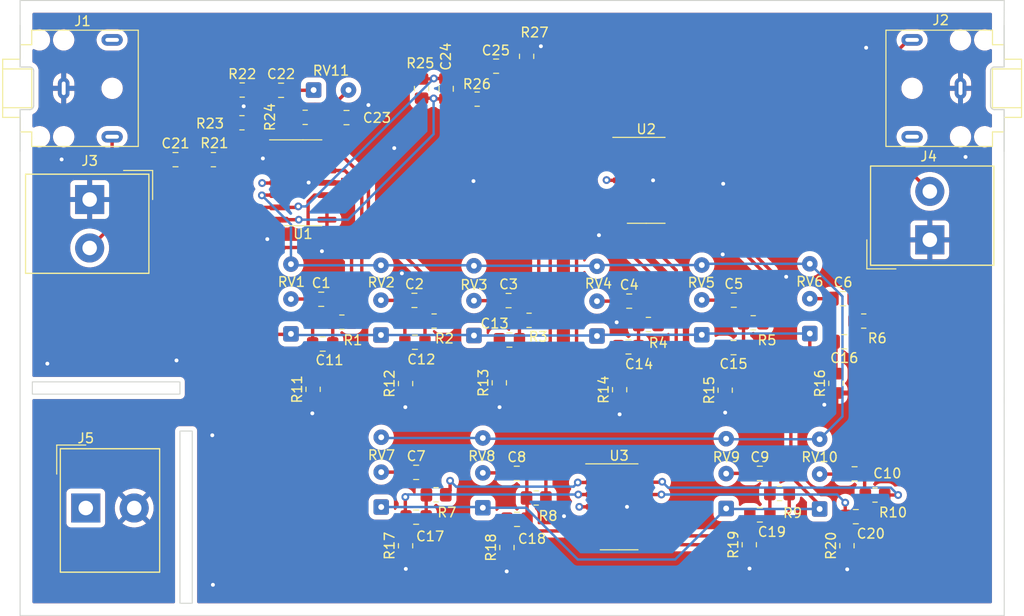
<source format=kicad_pcb>
(kicad_pcb (version 20211014) (generator pcbnew)
  (layers (0 "F.Cu" signal) (1 "In1.Cu" power) (2 "In2.Cu" power) (31 "B.Cu" signal) (34 "B.Paste" user) (35 "F.Paste" user) (36 "B.SilkS" user "B.Silkscreen") (37 "F.SilkS" user "F.Silkscreen") (38 "B.Mask" user) (39 "F.Mask" user) (44 "Edge.Cuts" user))
  (net 0 "")
  (net 1 "Net-(C1-Pad1)")
  (net 2 "Net-(C1-Pad2)")
  (net 3 "Net-(RV2-Pad2)")
  (net 4 "Net-(C12-Pad1)")
  (net 5 "Net-(C3-Pad1)")
  (net 6 "Net-(C13-Pad1)")
  (net 7 "Net-(RV4-Pad2)")
  (net 8 "Net-(C4-Pad2)")
  (net 9 "Net-(RV5-Pad2)")
  (net 10 "Net-(C5-Pad2)")
  (net 11 "Net-(C6-Pad1)")
  (net 12 "Net-(C6-Pad2)")
  (net 13 "Net-(C7-Pad1)")
  (net 14 "Net-(C7-Pad2)")
  (net 15 "Net-(C8-Pad1)")
  (net 16 "Net-(C18-Pad1)")
  (net 17 "Net-(C9-Pad1)")
  (net 18 "Net-(C19-Pad1)")
  (net 19 "Net-(RV10-Pad2)")
  (net 20 "Net-(R10-Pad1)")
  (net 21 "Net-(C12-Pad2)")
  (net 22 "Net-(C13-Pad2)")
  (net 23 "Net-(R14-Pad2)")
  (net 24 "Net-(U2-Pad10)")
  (net 25 "Net-(U2-Pad12)")
  (net 26 "Net-(R17-Pad2)")
  (net 27 "Net-(R18-Pad2)")
  (net 28 "Net-(C19-Pad2)")
  (net 29 "Net-(U3-Pad12)")
  (net 30 "Net-(R21-Pad1)")
  (net 31 "Net-(R22-Pad2)")
  (net 32 "Net-(RV11-Pad1)")
  (net 33 "GND")
  (net 34 "Net-(R26-Pad2)")
  (net 35 "Net-(U1-Pad13)")
  (net 36 "Net-(U2-Pad2)")
  (net 37 "Net-(U2-Pad6)")
  (net 38 "Net-(U2-Pad9)")
  (net 39 "Net-(R6-Pad2)")
  (net 40 "Net-(R7-Pad2)")
  (net 41 "Net-(U3-Pad6)")
  (net 42 "Net-(R9-Pad2)")
  (net 43 "Net-(U3-Pad13)")
  (net 44 "+15V")
  (net 45 "/pre-out")
  (net 46 "/audio-in-p")
  (net 47 "/amp-in-p")
  (net 48 "/amp-in-n")
  (net 49 "/amp-out")
  (net 50 "/oudio-out")
  (net 51 "/audio-in-p-fb")
  (net 52 "/ch01-in")
  (net 53 "/ch01-out")
  (footprint "Capacitor_SMD:C_0805_2012Metric_Pad1.18x1.45mm_HandSolder" (layer "F.Cu") (at 91.567 86.0806 180)
    (fp_text reference "C12")
    (fp_text value "33n")
  )
  (footprint "Resistor_SMD:R_0805_2012Metric_Pad1.20x1.40mm_HandSolder" (layer "F.Cu") (at 135.0303 90.3224 90)
    (fp_text reference "R16")
    (fp_text value "220k")
  )
  (footprint "Resistor_SMD:R_0805_2012Metric_Pad1.20x1.40mm_HandSolder" (layer "F.Cu") (at 73.7108 63.4238)
    (fp_text reference "R23")
    (fp_text value "1M")
  )
  (footprint "Resistor_SMD:R_0805_2012Metric_Pad1.20x1.40mm_HandSolder" (layer "F.Cu") (at 123.5964 91.0336 90)
    (fp_text reference "R15")
    (fp_text value "220k")
  )
  (footprint "Capacitor_SMD:C_0805_2012Metric_Pad1.18x1.45mm_HandSolder" (layer "F.Cu") (at 91.694 99.5172)
    (fp_text reference "C7")
    (fp_text value "27n")
  )
  (footprint "Package_SO:SO-14_3.9x8.65mm_P1.27mm" (layer "F.Cu") (at 112.649 103.0732)
    (fp_text reference "U3")
    (fp_text value "LM324")
  )
  (footprint "Capacitor_SMD:C_0805_2012Metric_Pad1.18x1.45mm_HandSolder" (layer "F.Cu") (at 99.949 57.5818)
    (fp_text reference "C25")
    (fp_text value "10u")
  )
  (footprint "Capacitor_SMD:C_0805_2012Metric_Pad1.18x1.45mm_HandSolder" (layer "F.Cu") (at 137.0838 104.0892 180)
    (fp_text reference "C20")
    (fp_text value "150p")
  )
  (footprint "Connector_Wire:SolderWire-0.1sqmm_1x03_P3.6mm_D0.4mm_OD1mm" (layer "F.Cu") (at 88.0872 103.0918 90)
    (fp_text reference "RV7")
    (fp_text value "5k")
  )
  (footprint "Capacitor_SMD:C_0805_2012Metric_Pad1.18x1.45mm_HandSolder" (layer "F.Cu") (at 127.1778 99.6188)
    (fp_text reference "C9")
    (fp_text value "6n8")
  )
  (footprint "Package_SO:SO-14_3.9x8.65mm_P1.27mm" (layer "F.Cu") (at 80.01 69.6214)
    (fp_text reference "U1")
    (fp_text value "LM324")
  )
  (footprint "Resistor_SMD:R_0805_2012Metric_Pad1.20x1.40mm_HandSolder" (layer "F.Cu") (at 126.492 84.074)
    (fp_text reference "R5")
    (fp_text value "1k")
  )
  (footprint "Package_SO:SO-14_3.9x8.65mm_P1.27mm" (layer "F.Cu") (at 115.443 69.3674)
    (fp_text reference "U2")
    (fp_text value "LM324")
  )
  (footprint "TerminalBlock_Altech:Altech_AK300_1x02_P5.00mm_45-Degree" (layer "F.Cu") (at 144.7233 75.5095 90)
    (fp_text reference "J4")
    (fp_text value "Output")
  )
  (footprint "Resistor_SMD:R_0805_2012Metric_Pad1.20x1.40mm_HandSolder" (layer "F.Cu") (at 73.7362 60.0456)
    (fp_text reference "R22")
    (fp_text value "15k")
  )
  (footprint "Capacitor_SMD:C_0805_2012Metric_Pad1.18x1.45mm_HandSolder" (layer "F.Cu") (at 135.7669 81.5848)
    (fp_text reference "C6")
    (fp_text value "47n")
  )
  (footprint "Resistor_SMD:R_0805_2012Metric_Pad1.20x1.40mm_HandSolder" (layer "F.Cu") (at 80.2386 62.865 180)
    (fp_text reference "R24")
    (fp_text value "10k")
  )
  (footprint "Capacitor_SMD:C_0805_2012Metric_Pad1.18x1.45mm_HandSolder" (layer "F.Cu") (at 84.5058 62.8904)
    (fp_text reference "C23")
    (fp_text value "150p")
  )
  (footprint "Connector_Audio:Jack_3.5mm_CUI_SJ1-3523N_Horizontal" (layer "F.Cu") (at 55.307 59.8678 -90)
    (fp_text reference "J1")
    (fp_text value "Input" hide)
    (fp_line (start 2.2 3.5) (end 2.2 4.5) (layer "Edge.Cuts") (width 0.12))
    (fp_line (start 1.8 3.1) (end -1.8 3.1) (layer "Edge.Cuts") (width 0.12))
    (fp_line (start -2.2 4.5) (end -6.5 4.5) (layer "Edge.Cuts") (width 0.12))
    (fp_line (start 2.2 4.5) (end 6.5 4.5) (layer "Edge.Cuts") (width 0.12))
    (fp_line (start -2.2 3.5) (end -2.2 4.5) (layer "Edge.Cuts") (width 0.12))
    (fp_arc (start 1.8 3.1) (mid 2.082843 3.217157) (end 2.2 3.5) (layer "Edge.Cuts") (width 0.12))
    (fp_arc (start -2.2 3.5) (mid -2.082842 3.217158) (end -1.8 3.1) (layer "Edge.Cuts") (width 0.12))
  )
  (footprint "Connector_Wire:SolderWire-0.1sqmm_1x02_P3.6mm_D0.4mm_OD1mm" (layer "F.Cu") (at 81.109 60.0456)
    (fp_text reference "RV11")
    (fp_text value "250k")
  )
  (footprint "Resistor_SMD:R_0805_2012Metric_Pad1.20x1.40mm_HandSolder" (layer "F.Cu") (at 112.6998 90.9828 90)
    (fp_text reference "R14")
    (fp_text value "220k")
  )
  (footprint "Connector_Audio:Jack_3.5mm_CUI_SJ1-3523N_Horizontal" (layer "F.Cu") (at 147.893 59.8678 90)
    (fp_text reference "J2")
    (fp_text value "Output" hide)
    (fp_line (start 2.2 4.5) (end 6.5 4.5) (layer "Edge.Cuts") (width 0.12))
    (fp_line (start -2.2 4.5) (end -6.5 4.5) (layer "Edge.Cuts") (width 0.12))
    (fp_line (start -2.2 3.5) (end -2.2 4.5) (layer "Edge.Cuts") (width 0.12))
    (fp_line (start 2.2 3.5) (end 2.2 4.5) (layer "Edge.Cuts") (width 0.12))
    (fp_line (start 1.8 3.1) (end -1.8 3.1) (layer "Edge.Cuts") (width 0.12))
    (fp_arc (start 1.8 3.1) (mid 2.082843 3.217157) (end 2.2 3.5) (layer "Edge.Cuts") (width 0.12))
    (fp_arc (start -2.2 3.5) (mid -2.082842 3.217158) (end -1.8 3.1) (layer "Edge.Cuts") (width 0.12))
  )
  (footprint "Resistor_SMD:R_0805_2012Metric_Pad1.20x1.40mm_HandSolder" (layer "F.Cu") (at 84.0271 84.00775)
    (fp_text reference "R1")
    (fp_text value "1k")
  )
  (footprint "Connector_Wire:SolderWire-0.1sqmm_1x03_P3.6mm_D0.4mm_OD1mm" (layer "F.Cu") (at 133.35 103.295 90)
    (fp_text reference "RV10")
    (fp_text value "5k")
  )
  (footprint "Resistor_SMD:R_0805_2012Metric_Pad1.20x1.40mm_HandSolder" (layer "F.Cu") (at 104.0892 102.1588)
    (fp_text reference "R8")
    (fp_text value "1k")
  )
  (footprint "Resistor_SMD:R_0805_2012Metric_Pad1.20x1.40mm_HandSolder" (layer "F.Cu") (at 101.0666 107.2736 90)
    (fp_text reference "R18")
    (fp_text value "220k")
  )
  (footprint "Resistor_SMD:R_0805_2012Metric_Pad1.20x1.40mm_HandSolder" (layer "F.Cu") (at 126.0856 106.9848 90)
    (fp_text reference "R19")
    (fp_text value "220k")
  )
  (footprint "Resistor_SMD:R_0805_2012Metric_Pad1.20x1.40mm_HandSolder" (layer "F.Cu") (at 93.7514 101.8286)
    (fp_text reference "R7")
    (fp_text value "1k")
  )
  (footprint "Capacitor_SMD:C_0805_2012Metric_Pad1.18x1.45mm_HandSolder" (layer "F.Cu") (at 135.8939 86.0298 180)
    (fp_text reference "C16")
    (fp_text value "2n2")
  )
  (footprint "Connector_Wire:SolderWire-0.1sqmm_1x03_P3.6mm_D0.4mm_OD1mm" (layer "F.Cu") (at 123.698 103.2442 90)
    (fp_text reference "RV9")
    (fp_text value "5k")
  )
  (footprint "Resistor_SMD:R_0805_2012Metric_Pad1.20x1.40mm_HandSolder" (layer "F.Cu") (at 139.065 101.854)
    (fp_text reference "R10")
    (fp_text value "1k")
  )
  (footprint "Capacitor_SMD:C_0805_2012Metric_Pad1.18x1.45mm_HandSolder" (layer "F.Cu") (at 102.0826 99.6188)
    (fp_text reference "C8")
    (fp_text value "12n")
  )
  (footprint "TerminalBlock_Altech:Altech_AK300_1x02_P5.00mm_45-Degree" (layer "F.Cu") (at 57.5865 103.1943)
    (fp_text reference "J5")
    (fp_text value "Power")
  )
  (footprint "Resistor_SMD:R_0805_2012Metric_Pad1.20x1.40mm_HandSolder" (layer "F.Cu") (at 103.3526 83.82)
    (fp_text reference "R3")
    (fp_text value "1k")
  )
  (footprint "Capacitor_SMD:C_0805_2012Metric_Pad1.18x1.45mm_HandSolder" (layer "F.Cu") (at 101.2376 81.7812)
    (fp_text reference "C3")
    (fp_text value "390n")
  )
  (footprint "Resistor_SMD:R_0805_2012Metric_Pad1.20x1.40mm_HandSolder" (layer "F.Cu") (at 90.6018 90.3478 90)
    (fp_text reference "R12")
    (fp_text value "220k")
  )
  (footprint "Capacitor_SMD:C_0805_2012Metric_Pad1.18x1.45mm_HandSolder" (layer "F.Cu") (at 124.4854 81.7372)
    (fp_text reference "C5")
    (fp_text value "100n")
  )
  (footprint "Resistor_SMD:R_0805_2012Metric_Pad1.20x1.40mm_HandSolder" (layer "F.Cu") (at 129.2098 101.7016)
    (fp_text reference "R9")
    (fp_text value "1k")
  )
  (footprint "Resistor_SMD:R_0805_2012Metric_Pad1.20x1.40mm_HandSolder" (layer "F.Cu") (at 70.7644 67.2338)
    (fp_text reference "R21")
    (fp_text value "47k")
  )
  (footprint "Capacitor_SMD:C_0805_2012Metric_Pad1.18x1.45mm_HandSolder" (layer "F.Cu") (at 94.7928 59.9186 90)
    (fp_text reference "C24")
    (fp_text value "150p")
  )
  (footprint "Resistor_SMD:R_0805_2012Metric_Pad1.20x1.40mm_HandSolder" (layer "F.Cu") (at 97.9932 60.9854)
    (fp_text reference "R26")
    (fp_text value "100")
  )
  (footprint "TerminalBlock_Altech:Altech_AK300_1x02_P5.00mm_45-Degree" (layer "F.Cu") (at 57.9882 71.3486 -90)
    (fp_text reference "J3")
    (fp_text value "Input")
  )
  (footprint "Capacitor_SMD:C_0805_2012Metric_Pad1.18x1.45mm_HandSolder" (layer "F.Cu") (at 102.108 104.3686 180)
    (fp_text reference "C18")
    (fp_text value "560p")
  )
  (footprint "Connector_Wire:SolderWire-0.1sqmm_1x03_P3.6mm_D0.4mm_OD1mm" (layer "F.Cu") (at 132.334 85.1848 90)
    (fp_text reference "RV6")
    (fp_text value "5k")
  )
  (footprint "Connector_Wire:SolderWire-0.1sqmm_1x03_P3.6mm_D0.4mm_OD1mm" (layer "F.Cu") (at 97.663 85.388 90)
    (fp_text reference "RV3")
    (fp_text value "5k")
  )
  (footprint "Resistor_SMD:R_0805_2012Metric_Pad1.20x1.40mm_HandSolder" (layer "F.Cu") (at 137.9005 83.8962)
    (fp_text reference "R6")
    (fp_text value "1k")
  )
  (footprint "Resistor_SMD:R_0805_2012Metric_Pad1.20x1.40mm_HandSolder" (layer "F.Cu") (at 93.5482 83.8962)
    (fp_text reference "R2")
    (fp_text value "1k")
  )
  (footprint "Resistor_SMD:R_0805_2012Metric_Pad1.20x1.40mm_HandSolder" (layer "F.Cu") (at 92.2528 59.8932 -90)
    (fp_text reference "R25")
    (fp_text value "10k")
  )
  (footprint "Connector_Wire:SolderWire-0.1sqmm_1x03_P3.6mm_D0.4mm_OD1mm" (layer "F.Cu") (at 110.363 85.4388 90)
    (fp_text reference "RV4")
    (fp_text value "5k")
  )
  (footprint "Connector_Wire:SolderWire-0.1sqmm_1x03_P3.6mm_D0.4mm_OD1mm" (layer "F.Cu") (at 121.1834 85.3118 90)
    (fp_text reference "RV5")
    (fp_text value "5k")
  )
  (footprint "Resistor_SMD:R_0805_2012Metric_Pad1.20x1.40mm_HandSolder" (layer "F.Cu") (at 115.6716 84.2518)
    (fp_text reference "R4")
    (fp_text value "1k")
  )
  (footprint "Capacitor_SMD:C_0805_2012Metric_Pad1.18x1.45mm_HandSolder" (layer "F.Cu") (at 91.5162 81.7626)
    (fp_text reference "C2")
    (fp_text value "820n")
  )
  (footprint "Connector_Wire:SolderWire-0.1sqmm_1x03_P3.6mm_D0.4mm_OD1mm" (layer "F.Cu") (at 88.0618 85.3372 90)
    (fp_text reference "RV2")
    (fp_text value "5k")
  )
  (footprint "Capacitor_SMD:C_0805_2012Metric_Pad1.18x1.45mm_HandSolder" (layer "F.Cu") (at 127.1778 103.9114 180)
    (fp_text reference "C19")
    (fp_text value "270p")
  )
  (footprint "Capacitor_SMD:C_0805_2012Metric_Pad1.18x1.45mm_HandSolder" (layer "F.Cu") (at 101.3206 85.852 180)
    (fp_text reference "C13")
    (fp_text value "18n")
  )
  (footprint "Capacitor_SMD:C_0805_2012Metric_Pad1.18x1.45mm_HandSolder" (layer "F.Cu") (at 136.9568 99.6696)
    (fp_text reference "C10")
    (fp_text value "3n3")
  )
  (footprint "Capacitor_SMD:C_0805_2012Metric_Pad1.18x1.45mm_HandSolder" (layer "F.Cu") (at 113.6142 86.5632 180)
    (fp_text reference "C14")
    (fp_text value "8n2")
  )
  (footprint "Resistor_SMD:R_0805_2012Metric_Pad1.20x1.40mm_HandSolder" (layer "F.Cu") (at 136.1694 107.0864 90)
    (fp_text reference "R20")
    (fp_text value "220k")
  )
  (footprint "Resistor_SMD:R_0805_2012Metric_Pad1.20x1.40mm_HandSolder" (layer "F.Cu") (at 90.6018 107.0958 90)
    (fp_text reference "R17")
    (fp_text value "220k")
  )
  (footprint "Capacitor_SMD:C_0805_2012Metric_Pad1.18x1.45mm_HandSolder" (layer "F.Cu") (at 81.8935 81.64555)
    (fp_text reference "C1")
    (fp_text value "1u5")
  )
  (footprint "Capacitor_SMD:C_0805_2012Metric_Pad1.18x1.45mm_HandSolder" (layer "F.Cu") (at 124.46 86.6394 180)
    (fp_text reference "C15")
    (fp_text value "3n9")
  )
  (footprint "Resistor_SMD:R_0805_2012Metric_Pad1.20x1.40mm_HandSolder" (layer "F.Cu") (at 100.2792 90.2716 90)
    (fp_text reference "R13")
    (fp_text value "220k")
  )
  (footprint "Resistor_SMD:R_0805_2012Metric_Pad1.20x1.40mm_HandSolder" (layer "F.Cu") (at 103.0986 56.5658 90)
    (fp_text reference "R27")
    (fp_text value "1M")
  )
  (footprint "Capacitor_SMD:C_0805_2012Metric_Pad1.18x1.45mm_HandSolder" (layer "F.Cu") (at 66.8528 67.2338)
    (fp_text reference "C21")
    (fp_text value "10u")
  )
  (footprint "Resistor_SMD:R_0805_2012Metric_Pad1.20x1.40mm_HandSolder" (layer "F.Cu") (at 81.0553 90.94195 90)
    (fp_text reference "R11")
    (fp_text value "220k")
  )
  (footprint "Capacitor_SMD:C_0805_2012Metric_Pad1.18x1.45mm_HandSolder" (layer "F.Cu") (at 91.694 104.14 180)
    (fp_text reference "C17")
    (fp_text value "1n0")
  )
  (footprint "Connector_Wire:SolderWire-0.1sqmm_1x03_P3.6mm_D0.4mm_OD1mm" (layer "F.Cu") (at 98.5774 103.168 90)
    (fp_text reference "RV8")
    (fp_text value "5k")
  )
  (footprint "Capacitor_SMD:C_0805_2012Metric_Pad1.18x1.45mm_HandSolder" (layer "F.Cu") (at 82.0459 86.26835 180)
    (fp_text reference "C11")
    (fp_text value "68n")
  )
  (footprint "Connector_Wire:SolderWire-0.1sqmm_1x03_P3.6mm_D0.4mm_OD1mm" (layer "F.Cu") (at 78.7693 85.22015 90)
    (fp_text reference "RV1")
    (fp_text value "5k")
  )
  (footprint "Capacitor_SMD:C_0805_2012Metric_Pad1.18x1.45mm_HandSolder" (layer "F.Cu") (at 113.6904 81.8388)
    (fp_text reference "C4")
    (fp_text value "220n")
  )
  (footprint "Capacitor_SMD:C_0805_2012Metric_Pad1.18x1.45mm_HandSolder" (layer "F.Cu") (at 77.7494 60.071)
    (fp_text reference "C22")
    (fp_text value "10u")
  )
  (gr_rect (start 67.31 95.25) (end 68.58 113.03) (layer "Edge.Cuts") (width 0.1) (fill none))
  (gr_line locked (start 152.407 50.8) (end 50.807 50.8) (layer "Edge.Cuts") (width 0.1))
  (gr_rect (start 52.07 90.17) (end 67.31 91.44) (layer "Edge.Cuts") (width 0.1) (fill none))
  (gr_line locked (start 50.807 114.3) (end 152.407 114.3) (layer "Edge.Cuts") (width 0.1))
  (gr_line locked (start 50.807 114.3) (end 50.807 66.3678) (layer "Edge.Cuts") (width 0.1))
  (gr_line (start 152.393 53.3678) (end 152.407 50.8) (layer "Edge.Cuts") (width 0.1))
  (gr_line locked (start 152.407 114.3) (end 152.393 66.3678) (layer "Edge.Cuts") (width 0.1))
  (gr_line (start 50.807 53.3678) (end 50.807 50.8) (layer "Edge.Cuts") (width 0.1))
  (segment (start 78.7693 81.62015) (end 80.8306 81.62015) (width 0.35) (layer "F.Cu") (net 1))
  (segment (start 80.8306 81.62015) (end 80.856 81.64555) (width 0.35) (layer "F.Cu") (net 1))
  (segment (start 83.0834 86.26835) (end 83.0834 84.06405) (width 0.35) (layer "F.Cu") (net 2))
  (segment (start 83.0271 81.74165) (end 82.931 81.64555) (width 0.35) (layer "F.Cu") (net 2))
  (segment (start 83.0834 84.06405) (end 83.0271 84.00775) (width 0.35) (layer "F.Cu") (net 2))
  (segment (start 83.0271 84.00775) (end 83.0271 81.74165) (width 0.35) (layer "F.Cu") (net 2))
  (segment (start 90.4787 81.7626) (end 88.0872 81.7626) (width 0.35) (layer "F.Cu") (net 3))
  (segment (start 88.0872 81.7626) (end 88.0618 81.7372) (width 0.35) (layer "F.Cu") (net 3))
  (segment (start 92.5537 83.8907) (end 92.5482 83.8962) (width 0.35) (layer "F.Cu") (net 4))
  (segment (start 92.6045 83.9525) (end 92.5482 83.8962) (width 0.35) (layer "F.Cu") (net 4))
  (segment (start 92.5537 81.7626) (end 92.5537 83.8907) (width 0.35) (layer "F.Cu") (net 4))
  (segment (start 92.6045 86.0806) (end 92.6045 83.9525) (width 0.35) (layer "F.Cu") (net 4))
  (segment (start 100.1933 81.788) (end 97.663 81.788) (width 0.35) (layer "F.Cu") (net 5))
  (segment (start 100.2001 81.7812) (end 100.1933 81.788) (width 0.35) (layer "F.Cu") (net 5))
  (segment (start 102.2751 81.7812) (end 102.2751 83.7425) (width 0.35) (layer "F.Cu") (net 6))
  (segment (start 102.2751 83.7425) (end 102.3526 83.82) (width 0.35) (layer "F.Cu") (net 6))
  (segment (start 102.3581 83.8255) (end 102.3526 83.82) (width 0.35) (layer "F.Cu") (net 6))
  (segment (start 102.3581 85.852) (end 102.3581 83.8255) (width 0.35) (layer "F.Cu") (net 6))
  (segment (start 112.6529 81.8388) (end 110.363 81.8388) (width 0.35) (layer "F.Cu") (net 7))
  (segment (start 114.7279 81.8388) (end 114.7279 84.1955) (width 0.35) (layer "F.Cu") (net 8))
  (segment (start 114.6517 86.5632) (end 114.6517 84.2717) (width 0.35) (layer "F.Cu") (net 8))
  (segment (start 114.6517 84.2717) (end 114.6716 84.2518) (width 0.35) (layer "F.Cu") (net 8))
  (segment (start 114.7279 84.1955) (end 114.6716 84.2518) (width 0.35) (layer "F.Cu") (net 8))
  (segment (start 121.2088 81.7372) (end 121.1834 81.7118) (width 0.35) (layer "F.Cu") (net 9))
  (segment (start 123.4479 81.7372) (end 121.2088 81.7372) (width 0.35) (layer "F.Cu") (net 9))
  (segment (start 125.5229 84.0431) (end 125.492 84.074) (width 0.35) (layer "F.Cu") (net 10))
  (segment (start 125.5229 81.7372) (end 125.5229 84.0431) (width 0.35) (layer "F.Cu") (net 10))
  (segment (start 125.492 86.6339) (end 125.4975 86.6394) (width 0.35) (layer "F.Cu") (net 10))
  (segment (start 125.492 84.074) (end 125.492 86.6339) (width 0.35) (layer "F.Cu") (net 10))
  (segment (start 134.7294 81.5848) (end 132.334 81.5848) (width 0.35) (layer "F.Cu") (net 11))
  (segment (start 136.8044 83.8001) (end 136.9005 83.8962) (width 0.35) (layer "F.Cu") (net 12))
  (segment (start 136.9314 86.0298) (end 136.9314 83.9271) (width 0.35) (layer "F.Cu") (net 12))
  (segment (start 136.9314 83.9271) (end 136.9005 83.8962) (width 0.35) (layer "F.Cu") (net 12))
  (segment (start 136.8044 81.5848) (end 136.8044 83.8001) (width 0.35) (layer "F.Cu") (net 12))
  (segment (start 90.6311 99.4918) (end 88.0872 99.4918) (width 0.35) (layer "F.Cu") (net 13))
  (segment (start 90.6565 99.5172) (end 90.6311 99.4918) (width 0.35) (layer "F.Cu") (net 13))
  (segment (start 92.7315 99.5172) (end 92.7315 101.8087) (width 0.35) (layer "F.Cu") (net 14))
  (segment (start 92.7315 101.8485) (end 92.7514 101.8286) (width 0.35) (layer "F.Cu") (net 14))
  (segment (start 92.7315 104.14) (end 92.7315 101.8485) (width 0.35) (layer "F.Cu") (net 14))
  (segment (start 92.7315 101.8087) (end 92.7514 101.8286) (width 0.35) (layer "F.Cu") (net 14))
  (segment (start 98.5774 99.568) (end 100.9943 99.568) (width 0.35) (layer "F.Cu") (net 15))
  (segment (start 100.9943 99.568) (end 101.0451 99.6188) (width 0.35) (layer "F.Cu") (net 15))
  (segment (start 103.1201 99.6188) (end 103.1201 102.1279) (width 0.35) (layer "F.Cu") (net 16))
  (segment (start 103.1455 104.3686) (end 103.1455 102.2151) (width 0.35) (layer "F.Cu") (net 16))
  (segment (start 103.1201 102.1279) (end 103.0892 102.1588) (width 0.35) (layer "F.Cu") (net 16))
  (segment (start 103.1455 102.2151) (end 103.0892 102.1588) (width 0.35) (layer "F.Cu") (net 16))
  (segment (start 123.7234 99.6188) (end 123.698 99.6442) (width 0.35) (layer "F.Cu") (net 17))
  (segment (start 126.1403 99.6188) (end 123.7234 99.6188) (width 0.35) (layer "F.Cu") (net 17))
  (segment (start 128.2098 101.7016) (end 128.2098 103.9059) (width 0.35) (layer "F.Cu") (net 18))
  (segment (start 128.2153 99.6188) (end 128.2153 101.6961) (width 0.35) (layer "F.Cu") (net 18))
  (segment (start 128.2098 103.9059) (end 128.2153 103.9114) (width 0.35) (layer "F.Cu") (net 18))
  (segment (start 128.2153 101.6961) (end 128.2098 101.7016) (width 0.35) (layer "F.Cu") (net 18))
  (segment (start 135.9193 99.6696) (end 135.8939 99.695) (width 0.35) (layer "F.Cu") (net 19))
  (segment (start 135.8939 99.695) (end 133.35 99.695) (width 0.35) (layer "F.Cu") (net 19))
  (segment (start 137.9943 101.7833) (end 138.065 101.854) (width 0.35) (layer "F.Cu") (net 20))
  (segment (start 138.1213 104.0892) (end 138.1213 101.9103) (width 0.35) (layer "F.Cu") (net 20))
  (segment (start 138.1213 101.9103) (end 138.065 101.854) (width 0.35) (layer "F.Cu") (net 20))
  (segment (start 137.9943 99.6696) (end 137.9943 101.7833) (width 0.35) (layer "F.Cu") (net 20))
  (segment (start 84.328 68.3514) (end 86.0806 70.104) (width 0.35) (layer "F.Cu") (net 21))
  (segment (start 89.6874 83.5914) (end 90.5295 84.4335) (width 0.35) (layer "F.Cu") (net 21))
  (segment (start 90.5295 84.4335) (end 90.5295 86.0806) (width 0.35) (layer "F.Cu") (net 21))
  (segment (start 90.5295 89.2755) (end 90.6018 89.3478) (width 0.35) (layer "F.Cu") (net 21))
  (segment (start 87.5538 83.5914) (end 89.6874 83.5914) (width 0.35) (layer "F.Cu") (net 21))
  (segment (start 90.5295 86.0806) (end 90.5295 89.2755) (width 0.35) (layer "F.Cu") (net 21))
  (segment (start 82.485 68.3514) (end 84.328 68.3514) (width 0.35) (layer "F.Cu") (net 21))
  (segment (start 86.0806 82.1182) (end 87.5538 83.5914) (width 0.35) (layer "F.Cu") (net 21))
  (segment (start 86.0806 70.104) (end 86.0806 82.1182) (width 0.35) (layer "F.Cu") (net 21))
  (segment (start 104.013 87.5284) (end 105.537 86.0044) (width 0.35) (layer "F.Cu") (net 22))
  (segment (start 100.2792 85.8559) (end 100.2831 85.852) (width 0.35) (layer "F.Cu") (net 22))
  (segment (start 105.537 86.0044) (end 105.537 72.9742) (width 0.35) (layer "F.Cu") (net 22))
  (segment (start 105.537 72.9742) (end 110.4138 68.0974) (width 0.35) (layer "F.Cu") (net 22))
  (segment (start 101.9595 87.5284) (end 104.013 87.5284) (width 0.35) (layer "F.Cu") (net 22))
  (segment (start 100.2831 85.852) (end 101.9595 87.5284) (width 0.35) (layer "F.Cu") (net 22))
  (segment (start 110.4138 68.0974) (end 112.968 68.0974) (width 0.35) (layer "F.Cu") (net 22))
  (segment (start 100.2792 89.2716) (end 100.2792 85.8559) (width 0.35) (layer "F.Cu") (net 22))
  (segment (start 112.6998 89.9828) (end 112.6998 86.6863) (width 0.35) (layer "F.Cu") (net 23))
  (segment (start 108.2548 86.2584) (end 108.966 86.9696) (width 0.35) (layer "F.Cu") (net 23))
  (segment (start 112.968 70.6374) (end 110.9218 70.6374) (width 0.35) (layer "F.Cu") (net 23))
  (segment (start 112.1703 86.9696) (end 112.5767 86.5632) (width 0.35) (layer "F.Cu") (net 23))
  (segment (start 110.9218 70.6374) (end 108.2548 73.3044) (width 0.35) (layer "F.Cu") (net 23))
  (segment (start 108.2548 73.3044) (end 108.2548 86.2584) (width 0.35) (layer "F.Cu") (net 23))
  (segment (start 112.6998 86.6863) (end 112.5767 86.5632) (width 0.35) (layer "F.Cu") (net 23))
  (segment (start 108.966 86.9696) (end 112.1703 86.9696) (width 0.35) (layer "F.Cu") (net 23))
  (segment (start 119.126 88.3158) (end 121.7461 88.3158) (width 0.35) (layer "F.Cu") (net 24))
  (segment (start 118.5418 78.6638) (end 118.5418 87.7316) (width 0.35) (layer "F.Cu") (net 24))
  (segment (start 118.5418 87.7316) (end 119.126 88.3158) (width 0.35) (layer "F.Cu") (net 24))
  (segment (start 117.918 70.6374) (end 116.5606 70.6374) (width 0.35) (layer "F.Cu") (net 24))
  (segment (start 116.5606 70.6374) (end 115.7986 71.3994) (width 0.35) (layer "F.Cu") (net 24))
  (segment (start 123.5964 86.8133) (end 123.4225 86.6394) (width 0.35) (layer "F.Cu") (net 24))
  (segment (start 123.5964 90.0336) (end 123.5964 86.8133) (width 0.35) (layer "F.Cu") (net 24))
  (segment (start 115.7986 75.9206) (end 118.5418 78.6638) (width 0.35) (layer "F.Cu") (net 24))
  (segment (start 115.7986 71.3994) (end 115.7986 75.9206) (width 0.35) (layer "F.Cu") (net 24))
  (segment (start 121.7461 88.3158) (end 123.4225 86.6394) (width 0.35) (layer "F.Cu") (net 24))
  (segment (start 135.0303 89.3224) (end 135.0303 86.2037) (width 0.35) (layer "F.Cu") (net 25))
  (segment (start 131.064 83.2612) (end 133.6548 83.2612) (width 0.35) (layer "F.Cu") (net 25))
  (segment (start 117.918 68.0974) (end 119.617905 68.0974) (width 0.35) (layer "F.Cu") (net 25))
  (segment (start 134.8564 84.4628) (end 134.8564 86.0298) (width 0.35) (layer "F.Cu") (net 25))
  (segment (start 119.617905 68.0974) (end 124.3584 72.837895) (width 0.35) (layer "F.Cu") (net 25))
  (segment (start 135.0303 86.2037) (end 134.8564 86.0298) (width 0.35) (layer "F.Cu") (net 25))
  (segment (start 133.6548 83.2612) (end 134.8564 84.4628) (width 0.35) (layer "F.Cu") (net 25))
  (segment (start 128.3716 78.7654) (end 128.3716 80.5688) (width 0.35) (layer "F.Cu") (net 25))
  (segment (start 128.3716 80.5688) (end 131.064 83.2612) (width 0.35) (layer "F.Cu") (net 25))
  (segment (start 124.3584 74.7522) (end 128.3716 78.7654) (width 0.35) (layer "F.Cu") (net 25))
  (segment (start 124.3584 72.837895) (end 124.3584 74.7522) (width 0.35) (layer "F.Cu") (net 25))
  (segment (start 90.6018 104.1947) (end 90.6565 104.14) (width 0.35) (layer "F.Cu") (net 26))
  (segment (start 90.5764 102.0572) (end 90.5764 104.0599) (width 0.35) (layer "F.Cu") (net 26))
  (segment (start 108.4326 101.8032) (end 110.174 101.8032) (width 0.35) (layer "F.Cu") (net 26))
  (segment (start 90.6018 106.0958) (end 90.6018 104.1947) (width 0.35) (layer "F.Cu") (net 26))
  (segment (start 90.5764 104.0599) (end 90.6565 104.14) (width 0.35) (layer "F.Cu") (net 26))
  (via (at 90.5764 102.0572) (size 0.8) (drill 0.4) (layers "F.Cu" "B.Cu") (net 26))
  (via (at 108.4326 101.8032) (size 0.8) (drill 0.4) (layers "F.Cu" "B.Cu") (net 26))
  (segment (start 108.4326 101.8032) (end 90.8304 101.8032) (width 0.25) (layer "B.Cu") (net 26))
  (segment (start 90.8304 101.8032) (end 90.5764 102.0572) (width 0.25) (layer "B.Cu") (net 26))
  (segment (start 102.2643 105.5624) (end 108.4072 105.5624) (width 0.35) (layer "F.Cu") (net 27))
  (segment (start 109.6264 104.3432) (end 110.174 104.3432) (width 0.35) (layer "F.Cu") (net 27))
  (segment (start 101.0666 106.2736) (end 101.0666 104.3725) (width 0.35) (layer "F.Cu") (net 27))
  (segment (start 101.0666 104.3725) (end 101.0705 104.3686) (width 0.35) (layer "F.Cu") (net 27))
  (segment (start 101.0705 104.3686) (end 102.2643 105.5624) (width 0.35) (layer "F.Cu") (net 27))
  (segment (start 108.4072 105.5624) (end 109.6264 104.3432) (width 0.35) (layer "F.Cu") (net 27))
  (segment (start 116.586 104.3432) (end 118.3132 106.0704) (width 0.35) (layer "F.Cu") (net 28))
  (segment (start 118.3132 106.0704) (end 123.8504 106.0704) (width 0.35) (layer "F.Cu") (net 28))
  (segment (start 126.0094 103.9114) (end 126.1403 103.9114) (width 0.35) (layer "F.Cu") (net 28))
  (segment (start 126.0856 103.9661) (end 126.1403 103.9114) (width 0.35) (layer "F.Cu") (net 28))
  (segment (start 115.124 104.3432) (end 116.586 104.3432) (width 0.35) (layer "F.Cu") (net 28))
  (segment (start 126.0856 105.9848) (end 126.0856 103.9661) (width 0.35) (layer "F.Cu") (net 28))
  (segment (start 123.8504 106.0704) (end 126.0094 103.9114) (width 0.35) (layer "F.Cu") (net 28))
  (segment (start 136.0463 104.0892) (end 136.0463 105.9633) (width 0.35) (layer "F.Cu") (net 29))
  (segment (start 135.9916 102.6414) (end 135.9916 104.0345) (width 0.35) (layer "F.Cu") (net 29))
  (segment (start 135.9916 104.0345) (end 136.0463 104.0892) (width 0.35) (layer "F.Cu") (net 29))
  (segment (start 136.0463 105.9633) (end 136.1694 106.0864) (width 0.35) (layer "F.Cu") (net 29))
  (segment (start 115.124 101.8032) (end 117.0178 101.8032) (width 0.35) (layer "F.Cu") (net 29))
  (via (at 117.0178 101.8032) (size 0.8) (drill 0.4) (layers "F.Cu" "B.Cu") (net 29))
  (via (at 135.9916 102.6414) (size 0.8) (drill 0.4) (layers "F.Cu" "B.Cu") (net 29))
  (segment (start 117.0178 101.8032) (end 135.1534 101.8032) (width 0.25) (layer "B.Cu") (net 29))
  (segment (start 135.1534 101.8032) (end 135.9916 102.6414) (width 0.25) (layer "B.Cu") (net 29))
  (segment (start 67.8903 67.2338) (end 69.7644 67.2338) (width 0.35) (layer "F.Cu") (net 30))
  (segment (start 74.7362 60.0456) (end 76.6865 60.0456) (width 0.35) (layer "F.Cu") (net 31))
  (segment (start 76.6865 60.0456) (end 76.7119 60.071) (width 0.35) (layer "F.Cu") (net 31))
  (segment (start 80.855 60.071) (end 81.0836 59.8424) (width 0.35) (layer "F.Cu") (net 32))
  (segment (start 78.7869 60.071) (end 80.855 60.071) (width 0.35) (layer "F.Cu") (net 32))
  (segment (start 104.5304 55.5658) (end 104.5718 55.5244) (width 0.35) (layer "F.Cu") (net 33))
  (segment (start 75.8952 67.0814) (end 75.8698 67.1068) (width 0.35) (layer "F.Cu") (net 33))
  (segment (start 100.3046 92.7862) (end 100.3046 91.297) (width 0.35) (layer "F.Cu") (net 33))
  (segment (start 100.3046 91.297) (end 100.2792 91.2716) (width 0.35) (layer "F.Cu") (net 33))
  (segment (start 136.1694 109.4994) (end 136.1948 109.5248) (width 0.35) (layer "F.Cu") (net 33))
  (segment (start 126.0856 107.9848) (end 126.0856 109.4232) (width 0.35) (layer "F.Cu") (net 33))
  (segment (start 77.535 67.0814) (end 75.8952 67.0814) (width 0.35) (layer "F.Cu") (net 33))
  (segment (start 90.6272 108.1212) (end 90.6018 108.0958) (width 0.35) (layer "F.Cu") (net 33))
  (segment (start 81.0553 91.94195) (end 81.0553 93.3411) (width 0.35) (layer "F.Cu") (net 33))
  (segment (start 123.5964 93.345) (end 123.5964 92.0336) (width 0.35) (layer "F.Cu") (net 33))
  (segment (start 101.0412 109.7374) (end 101.0412 108.299) (width 0.35) (layer "F.Cu") (net 33))
  (segment (start 116.1542 69.3674) (end 117.918 69.3674) (width 0.35) (layer "F.Cu") (net 33))
  (segment (start 101.0412 108.299) (end 101.0666 108.2736) (width 0.35) (layer "F.Cu") (net 33))
  (segment (start 103.0986 55.5658) (end 104.5304 55.5658) (width 0.35) (layer "F.Cu") (net 33))
  (segment (start 85.5433 62.8181) (end 86.7664 61.595) (width 0.35) (layer "F.Cu") (net 33))
  (segment (start 133.8326 92.5322) (end 133.8326 92.5201) (width 0.35) (layer "F.Cu") (net 33))
  (segment (start 80.6196 69.6214) (end 80.5942 69.596) (width 0.35) (layer "F.Cu") (net 33))
  (segment (start 133.8326 92.5201) (end 135.0303 91.3224) (width 0.35) (layer "F.Cu") (net 33))
  (segment (start 90.5764 92.7862) (end 90.5764 91.3732) (width 0.35) (layer "F.Cu") (net 33))
  (segment (start 136.1694 108.0864) (end 136.1694 109.4994) (width 0.35) (layer "F.Cu") (net 33))
  (segment (start 81.0553 93.3411) (end 80.9752 93.4212) (width 0.35) (layer "F.Cu") (net 33))
  (segment (start 115.124 103.0732) (end 113.4618 103.0732) (width 0.35) (layer "F.Cu") (net 33))
  (segment (start 90.5764 91.3732) (end 90.6018 91.3478) (width 0.35) (layer "F.Cu") (net 33))
  (segment (start 90.6272 109.4834) (end 90.6272 108.1212) (width 0.35) (layer "F.Cu") (net 33))
  (segment (start 112.6998 93.5228) (end 112.6998 91.9828) (width 0.35) (layer "F.Cu") (net 33))
  (segment (start 126.0856 109.4232) (end 126.111 109.4486) (width 0.35) (layer "F.Cu") (net 33))
  (segment (start 82.485 69.6214) (end 80.6196 69.6214) (width 0.35) (layer "F.Cu") (net 33))
  (via (at 148.4122 66.9544) (size 0.8) (drill 0.4) (layers "F.Cu" "B.Cu") (net 33))
  (via (at 112.395 84.0232) (size 0.8) (drill 0.4) (layers "F.Cu" "B.Cu") (net 33))
  (via (at 89.4334 66.04) (size 0.8) (drill 0.4) (layers "F.Cu" "B.Cu") (net 33))
  (via (at 129.8956 79.3242) (size 0.8) (drill 0.4) (layers "F.Cu" "B.Cu") (net 33))
  (via (at 113.4618 103.0732) (size 0.8) (drill 0.4) (layers "F.Cu" "B.Cu") (net 33))
  (via (at 104.5718 55.5244) (size 0.8) (drill 0.4) (layers "F.Cu" "B.Cu") (net 33))
  (via (at 53.6194 88.2904) (size 0.8) (drill 0.4) (layers "F.Cu" "B.Cu") (net 33))
  (via (at 136.1948 109.5248) (size 0.8) (drill 0.4) (layers "F.Cu" "B.Cu") (net 33))
  (via (at 70.7136 111.125) (size 0.8) (drill 0.4) (layers "F.Cu" "B.Cu") (net 33))
  (via (at 81.9658 76.6826) (size 0.8) (drill 0.4) (layers "F.Cu" "B.Cu") (net 33))
  (via (at 100.3046 92.7862) (size 0.8) (drill 0.4) (layers "F.Cu" "B.Cu") (net 33))
  (via (at 110.5662 75.0316) (size 0.8) (drill 0.4) (layers "F.Cu" "B.Cu") (net 33))
  (via (at 126.111 109.4486) (size 0.8) (drill 0.4) (layers "F.Cu" "B.Cu") (net 33))
  (via (at 80.5942 69.596) (size 0.8) (drill 0.4) (layers "F.Cu" "B.Cu") (net 33))
  (via (at 86.7664 61.595) (size 0.8) (drill 0.4) (layers "F.Cu" "B.Cu") (net 33))
  (via (at 80.9752 93.4212) (size 0.8) (drill 0.4) (layers "F.Cu" "B.Cu") (net 33))
  (via (at 73.8886 61.722) (size 0.8) (drill 0.4) (layers "F.Cu" "B.Cu") (net 33))
  (via (at 90.6272 109.4834) (size 0.8) (drill 0.4) (layers "F.Cu" "B.Cu") (net 33))
  (via (at 97.6122 69.4436) (size 0.8) (drill 0.4) (layers "F.Cu" "B.Cu") (net 33))
  (via (at 55.0926 67.2084) (size 0.8) (drill 0.4) (layers "F.Cu" "B.Cu") (net 33))
  (via (at 123.5964 93.345) (size 0.8) (drill 0.4) (layers "F.Cu" "B.Cu") (net 33))
  (via (at 76.327 75.438) (size 0.8) (drill 0.4) (layers "F.Cu" "B.Cu") (net 33))
  (via (at 70.647815 95.686068) (size 0.8) (drill 0.4) (layers "F.Cu" "B.Cu") (net 33))
  (via (at 116.1542 69.3674) (size 0.8) (drill 0.4) (layers "F.Cu" "B.Cu") (net 33))
  (via (at 138.1506 55.6768) (size 0.8) (drill 0.4) (layers "F.Cu" "B.Cu") (net 33))
  (via (at 101.0412 109.7374) (size 0.8) (drill 0.4) (layers "F.Cu" "B.Cu") (net 33))
  (via (at 66.9544 87.9602) (size 0.8) (drill 0.4) (layers "F.Cu" "B.Cu") (net 33))
  (via (at 90.5764 92.7862) (size 0.8) (drill 0.4) (layers "F.Cu" "B.Cu") (net 33))
  (via (at 112.6998 93.5228) (size 0.8) (drill 0.4) (layers "F.Cu" "B.Cu") (net 33))
  (via (at 106.9594 104.0384) (size 0.8) (drill 0.4) (layers "F.Cu" "B.Cu") (net 33))
  (via (at 133.8326 92.5322) (size 0.8) (drill 0.4) (layers "F.Cu" "B.Cu") (net 33))
  (via (at 90.2208 78.9686) (size 0.8) (drill 0.4) (layers "F.Cu" "B.Cu") (net 33))
  (via (at 75.8698 67.1068) (size 0.8) (drill 0.4) (layers "F.Cu" "B.Cu") (net 33))
  (via (at 123.3424 77.0128) (size 0.8) (drill 0.4) (layers "F.Cu" "B.Cu") (net 33))
  (via (at 123.3932 69.723) (size 0.8) (drill 0.4) (layers "F.Cu" "B.Cu") (net 33))
  (segment (start 98.9932 57.6635) (end 98.9115 57.5818) (width 0.35) (layer "F.Cu") (net 34))
  (segment (start 98.9932 60.9854) (end 98.9932 57.6635) (width 0.35) (layer "F.Cu") (net 34))
  (segment (start 94.5482 81.1878) (end 94.5482 83.8962) (width 0.35) (layer "F.Cu") (net 35))
  (segment (start 86.7664 73.406) (end 94.5482 81.1878) (width 0.35) (layer "F.Cu") (net 35))
  (segment (start 84.3026 67.0814) (end 86.7664 69.5452) (width 0.35) (layer "F.Cu") (net 35))
  (segment (start 86.7664 69.5452) (end 86.7664 73.406) (width 0.35) (layer "F.Cu") (net 35))
  (segment (start 82.485 65.8114) (end 82.485 67.0814) (width 0.35) (layer "F.Cu") (net 35))
  (segment (start 82.485 67.0814) (end 84.3026 67.0814) (width 0.35) (layer "F.Cu") (net 35))
  (segment (start 104.3526 83.82) (end 104.3526 72.533) (width 0.35) (layer "F.Cu") (net 36))
  (segment (start 104.3526 72.533) (end 110.0582 66.8274) (width 0.35) (layer "F.Cu") (net 36))
  (segment (start 110.0582 66.8274) (end 112.968 66.8274) (width 0.35) (layer "F.Cu") (net 36))
  (segment (start 112.968 65.5574) (end 112.968 66.8274) (width 0.35) (layer "F.Cu") (net 36))
  (segment (start 116.6716 79.7654) (end 112.968 76.0618) (width 0.35) (layer "F.Cu") (net 37))
  (segment (start 116.6716 84.2518) (end 116.6716 79.7654) (width 0.35) (layer "F.Cu") (net 37))
  (segment (start 112.968 76.0618) (end 112.968 73.1774) (width 0.35) (layer "F.Cu") (net 37))
  (segment (start 112.968 73.1774) (end 112.968 71.9074) (width 0.35) (layer "F.Cu") (net 37))
  (segment (start 127.508 82.064627) (end 127.508 78.8162) (width 0.35) (layer "F.Cu") (net 38))
  (segment (start 120.1024 75.3618) (end 117.918 73.1774) (width 0.35) (layer "F.Cu") (net 38))
  (segment (start 124.0536 75.3618) (end 120.1024 75.3618) (width 0.35) (layer "F.Cu") (net 38))
  (segment (start 127.508 78.8162) (end 124.0536 75.3618) (width 0.35) (layer "F.Cu") (net 38))
  (segment (start 127.492 84.074) (end 127.492 82.080627) (width 0.35) (layer "F.Cu") (net 38))
  (segment (start 117.918 71.9074) (end 117.918 73.1774) (width 0.35) (layer "F.Cu") (net 38))
  (segment (start 127.492 82.080627) (end 127.508 82.064627) (width 0.35) (layer "F.Cu") (net 38))
  (segment (start 134.112 76.073) (end 126.619 76.073) (width 0.35) (layer "F.Cu") (net 39))
  (segment (start 126.3904 70.4088) (end 122.809 66.8274) (width 0.35) (layer "F.Cu") (net 39))
  (segment (start 126.619 76.073) (end 126.3904 75.8444) (width 0.35) (layer "F.Cu") (net 39))
  (segment (start 117.918 66.8274) (end 117.918 65.5574) (width 0.35) (layer "F.Cu") (net 39))
  (segment (start 122.809 66.8274) (end 117.918 66.8274) (width 0.35) (layer "F.Cu") (net 39))
  (segment (start 138.9005 83.8962) (end 138.9005 80.8615) (width 0.35) (layer "F.Cu") (net 39))
  (segment (start 138.9005 80.8615) (end 134.112 76.073) (width 0.35) (layer "F.Cu") (net 39))
  (segment (start 126.3904 75.8444) (end 126.3904 70.4088) (width 0.35) (layer "F.Cu") (net 39))
  (segment (start 108.3818 100.5586) (end 110.1486 100.5586) (width 0.35) (layer "F.Cu") (net 40))
  (segment (start 95.1992 100.3808) (end 95.1992 101.3808) (width 0.35) (layer "F.Cu") (net 40))
  (segment (start 110.1486 100.5586) (end 110.174 100.5332) (width 0.35) (layer "F.Cu") (net 40))
  (segment (start 95.1992 101.3808) (end 94.7514 101.8286) (width 0.35) (layer "F.Cu") (net 40))
  (segment (start 110.174 99.2632) (end 110.174 100.5332) (width 0.35) (layer "F.Cu") (net 40))
  (via (at 95.1992 100.3808) (size 0.8) (drill 0.4) (layers "F.Cu" "B.Cu") (net 40))
  (via (at 108.3818 100.5586) (size 0.8) (drill 0.4) (layers "F.Cu" "B.Cu") (net 40))
  (segment (start 95.8088 100.9904) (end 95.1992 100.3808) (width 0.25) (layer "B.Cu") (net 40))
  (segment (start 107.95 100.9904) (end 95.8088 100.9904) (width 0.25) (layer "B.Cu") (net 40))
  (segment (start 108.3818 100.5586) (end 107.95 100.9904) (width 0.25) (layer "B.Cu") (net 40))
  (segment (start 106.426 97.9678) (end 105.0892 99.3046) (width 0.35) (layer "F.Cu") (net 41))
  (segment (start 111.4552 105.6132) (end 112.1918 104.8766) (width 0.35) (layer "F.Cu") (net 41))
  (segment (start 112.1918 98.552) (end 111.6076 97.9678) (width 0.35) (layer "F.Cu") (net 41))
  (segment (start 112.1918 104.8766) (end 112.1918 98.552) (width 0.35) (layer "F.Cu") (net 41))
  (segment (start 111.6076 97.9678) (end 106.426 97.9678) (width 0.35) (layer "F.Cu") (net 41))
  (segment (start 110.174 105.6132) (end 111.4552 105.6132) (width 0.35) (layer "F.Cu") (net 41))
  (segment (start 105.0892 99.3046) (end 105.0892 102.1588) (width 0.35) (layer "F.Cu") (net 41))
  (segment (start 110.174 106.8832) (end 110.174 105.6132) (width 0.35) (layer "F.Cu") (net 41))
  (segment (start 115.124 106.8832) (end 115.124 105.6132) (width 0.35) (layer "F.Cu") (net 42))
  (segment (start 126.848773 106.9848) (end 115.2256 106.9848) (width 0.35) (layer "F.Cu") (net 42))
  (segment (start 130.2098 101.7016) (end 130.2098 103.623773) (width 0.35) (layer "F.Cu") (net 42))
  (segment (start 130.2098 103.623773) (end 126.848773 106.9848) (width 0.35) (layer "F.Cu") (net 42))
  (segment (start 115.2256 106.9848) (end 115.124 106.8832) (width 0.35) (layer "F.Cu") (net 42))
  (segment (start 117.0432 100.5332) (end 117.094 100.4824) (width 0.35) (layer "F.Cu") (net 43))
  (segment (start 115.124 100.5332) (end 117.0432 100.5332) (width 0.35) (layer "F.Cu") (net 43))
  (segment (start 141.4526 101.854) (end 140.065 101.854) (width 0.35) (layer "F.Cu") (net 43))
  (segment (start 115.124 99.2632) (end 115.124 100.5332) (width 0.35) (layer "F.Cu") (net 43))
  (via (at 117.094 100.4824) (size 0.8) (drill 0.4) (layers "F.Cu" "B.Cu") (net 43))
  (via (at 141.4526 101.854) (size 0.8) (drill 0.4) (layers "F.Cu" "B.Cu") (net 43))
  (segment (start 117.7036 101.092) (end 140.6906 101.092) (width 0.25) (layer "B.Cu") (net 43))
  (segment (start 140.6906 101.092) (end 141.4526 101.854) (width 0.25) (layer "B.Cu") (net 43))
  (segment (start 117.094 100.4824) (end 117.7036 101.092) (width 0.25) (layer "B.Cu") (net 43))
  (segment (start 77.5096 69.6468) (end 77.535 69.6214) (width 0.35) (layer "F.Cu") (net 44))
  (segment (start 111.379 69.3674) (end 112.968 69.3674) (width 0.35) (layer "F.Cu") (net 44))
  (segment (start 75.7936 69.6468) (end 77.5096 69.6468) (width 0.35) (layer "F.Cu") (net 44))
  (segment (start 111.3536 69.342) (end 111.379 69.3674) (width 0.35) (layer "F.Cu") (net 44))
  (segment (start 108.5342 103.0732) (end 110.174 103.0732) (width 0.35) (layer "F.Cu") (net 44))
  (via (at 75.7936 69.6468) (size 0.8) (drill 0.4) (layers "F.Cu" "B.Cu") (net 44))
  (via (at 108.5342 103.0732) (size 0.8) (drill 0.4) (layers "F.Cu" "B.Cu") (net 44))
  (via (at 111.3536 69.342) (size 0.8) (drill 0.4) (layers "F.Cu" "B.Cu") (net 44))
  (segment (start 81.2472 61.5188) (end 83.2358 61.5188) (width 0.35) (layer "F.Cu") (net 45))
  (segment (start 77.0984 65.8114) (end 74.7108 63.4238) (width 0.35) (layer "F.Cu") (net 45))
  (segment (start 77.535 65.8114) (end 77.535 62.2412) (width 0.35) (layer "F.Cu") (net 45))
  (segment (start 81.2386 62.865) (end 81.2386 61.5274) (width 0.35) (layer "F.Cu") (net 45))
  (segment (start 77.535 65.8114) (end 77.0984 65.8114) (width 0.35) (layer "F.Cu") (net 45))
  (segment (start 83.2358 61.5188) (end 84.709 60.0456) (width 0.35) (layer "F.Cu") (net 45))
  (segment (start 78.2574 61.5188) (end 81.2472 61.5188) (width 0.35) (layer "F.Cu") (net 45))
  (segment (start 77.535 62.2412) (end 78.2574 61.5188) (width 0.35) (layer "F.Cu") (net 45))
  (segment (start 81.2386 61.5274) (end 81.2472 61.5188) (width 0.35) (layer "F.Cu") (net 45))
  (segment (start 65.8153 67.2338) (end 60.3758 67.2338) (width 0.35) (layer "F.Cu") (net 46))
  (segment (start 60.3758 67.2338) (end 60.307 67.3026) (width 0.35) (layer "F.Cu") (net 46))
  (segment (start 60.307 74.0298) (end 57.9882 76.3486) (width 0.35) (layer "F.Cu") (net 46))
  (segment (start 60.307 67.3026) (end 60.307 74.0298) (width 0.35) (layer "F.Cu") (net 46))
  (segment (start 60.307 64.8678) (end 60.307 67.3026) (width 0.35) (layer "F.Cu") (net 46))
  (segment (start 79.2386 64.4558) (end 79.2386 62.865) (width 0.35) (layer "F.Cu") (net 47))
  (segment (start 77.535 70.8914) (end 75.7936 70.8914) (width 0.35) (layer "F.Cu") (net 47))
  (segment (start 77.535 70.8914) (end 78.9432 70.8914) (width 0.35) (layer "F.Cu") (net 47))
  (segment (start 81.9029 64.4558) (end 83.4683 62.8904) (width 0.35) (layer "F.Cu") (net 47))
  (segment (start 79.2386 70.596) (end 79.2386 64.4558) (width 0.35) (layer "F.Cu") (net 47))
  (segment (start 79.2386 64.4558) (end 81.9029 64.4558) (width 0.35) (layer "F.Cu") (net 47))
  (segment (start 78.9432 70.8914) (end 79.2386 70.596) (width 0.35) (layer "F.Cu") (net 47))
  (segment (start 75.7936 70.8914) (end 75.7682 70.9168) (width 0.35) (layer "F.Cu") (net 47))
  (via (at 75.7682 70.9168) (size 0.8) (drill 0.4) (layers "F.Cu" "B.Cu") (net 47))
  (segment (start 121.1834 78.1118) (end 110.49 78.1118) (width 0.25) (layer "B.Cu") (net 47))
  (segment (start 133.35 96.095) (end 123.7488 96.095) (width 0.25) (layer "B.Cu") (net 47))
  (segment (start 110.49 78.1118) (end 110.363 78.2388) (width 0.25) (layer "B.Cu") (net 47))
  (segment (start 75.7682 70.9168) (end 78.7693 73.9179) (width 0.25) (layer "B.Cu") (net 47))
  (segment (start 121.3104 77.9848) (end 121.1834 78.1118) (width 0.25) (layer "B.Cu") (net 47))
  (segment (start 97.6122 78.1372) (end 97.663 78.188) (width 0.25) (layer "B.Cu") (net 47))
  (segment (start 88.0618 78.1372) (end 78.88635 78.1372) (width 0.25) (layer "B.Cu") (net 47))
  (segment (start 135.7045 93.7405) (end 133.35 96.095) (width 0.25) (layer "B.Cu") (net 47))
  (segment (start 123.7488 96.095) (end 123.698 96.0442) (width 0.25) (layer "B.Cu") (net 47))
  (segment (start 98.5774 95.968) (end 88.1634 95.968) (width 0.25) (layer "B.Cu") (net 47))
  (segment (start 98.6536 96.0442) (end 98.5774 95.968) (width 0.25) (layer "B.Cu") (net 47))
  (segment (start 132.334 77.9848) (end 121.3104 77.9848) (width 0.25) (layer "B.Cu") (net 47))
  (segment (start 88.1634 95.968) (end 88.0872 95.8918) (width 0.25) (layer "B.Cu") (net 47))
  (segment (start 97.663 78.188) (end 110.3122 78.188) (width 0.25) (layer "B.Cu") (net 47))
  (segment (start 132.334 77.9848) (end 135.7045 81.3553) (width 0.25) (layer "B.Cu") (net 47))
  (segment (start 78.7693 73.9179) (end 78.7693 78.02015) (width 0.25) (layer "B.Cu") (net 47))
  (segment (start 78.88635 78.1372) (end 78.7693 78.02015) (width 0.25) (layer "B.Cu") (net 47))
  (segment (start 110.3122 78.188) (end 110.363 78.2388) (width 0.25) (layer "B.Cu") (net 47))
  (segment (start 135.7045 81.3553) (end 135.7045 93.7405) (width 0.25) (layer "B.Cu") (net 47))
  (segment (start 88.0618 78.1372) (end 97.6122 78.1372) (width 0.25) (layer "B.Cu") (net 47))
  (segment (start 123.698 96.0442) (end 98.6536 96.0442) (width 0.25) (layer "B.Cu") (net 47))
  (segment (start 78.72165 85.2678) (end 78.7693 85.22015) (width 0.35) (layer "F.Cu") (net 48))
  (segment (start 130.3782 92.2274) (end 130.3782 99.9236) (width 0.35) (layer "F.Cu") (net 48))
  (segment (start 93.5228 58.8518) (end 94.7635 58.8518) (width 0.35) (layer "F.Cu") (net 48))
  (segment (start 77.535 72.1614) (end 75.7174 72.1614) (width 0.35) (layer "F.Cu") (net 48))
  (segment (start 130.3782 99.9236) (end 133.35 102.8954) (width 0.35) (layer "F.Cu") (net 48))
  (segment (start 74.9046 84.4296) (end 75.7428 85.2678) (width 0.35) (layer "F.Cu") (net 48))
  (segment (start 94.7635 58.8518) (end 94.7928 58.8811) (width 0.35) (layer "F.Cu") (net 48))
  (segment (start 75.7428 85.2678) (end 78.72165 85.2678) (width 0.35) (layer "F.Cu") (net 48))
  (segment (start 74.9046 72.9742) (end 74.9046 84.4296) (width 0.35) (layer "F.Cu") (net 48))
  (segment (start 92.2528 58.8932) (end 93.4814 58.8932) (width 0.35) (layer "F.Cu") (net 48))
  (segment (start 93.4814 58.8932) (end 93.5228 58.8518) (width 0.35) (layer "F.Cu") (net 48))
  (segment (start 77.535 72.1614) (end 79.4258 72.1614) (width 0.35) (layer "F.Cu") (net 48))
  (segment (start 79.4258 72.1614) (end 79.5274 72.0598) (width 0.35) (layer "F.Cu") (net 48))
  (segment (start 75.7174 72.1614) (end 74.9046 72.9742) (width 0.35) (layer "F.Cu") (net 48))
  (segment (start 132.334 85.1848) (end 132.334 90.2716) (width 0.35) (layer "F.Cu") (net 48))
  (segment (start 132.334 90.2716) (end 130.3782 92.2274) (width 0.35) (layer "F.Cu") (net 48))
  (segment (start 133.35 102.8954) (end 133.35 103.295) (width 0.35) (layer "F.Cu") (net 48))
  (via (at 79.5274 72.0598) (size 0.8) (drill 0.4) (layers "F.Cu" "B.Cu") (net 48))
  (via (at 93.5228 58.8518) (size 0.8) (drill 0.4) (layers "F.Cu" "B.Cu") (net 48))
  (segment (start 132.334 85.1848) (end 121.3104 85.1848) (width 0.25) (layer "B.Cu") (net 48))
  (segment (start 88.0618 85.3372) (end 97.6122 85.3372) (width 0.25) (layer "B.Cu") (net 48))
  (segment (start 108.3818 108.5088) (end 118.4334 108.5088) (width 0.25) (layer "B.Cu") (net 48))
  (segment (start 98.5012 103.0918) (end 98.5774 103.168) (width 0.25) (layer "B.Cu") (net 48))
  (segment (start 110.3122 85.388) (end 110.363 85.4388) (width 0.25) (layer "B.Cu") (net 48))
  (segment (start 80.3148 72.0598) (end 93.5228 58.8518) (width 0.25) (layer "B.Cu") (net 48))
  (segment (start 97.663 85.388) (end 110.3122 85.388) (width 0.25) (layer "B.Cu") (net 48))
  (segment (start 133.35 103.295) (end 123.7488 103.295) (width 0.25) (layer "B.Cu") (net 48))
  (segment (start 118.4334 108.5088) (end 123.698 103.2442) (width 0.25) (layer "B.Cu") (net 48))
  (segment (start 110.49 85.3118) (end 110.363 85.4388) (width 0.25) (layer "B.Cu") (net 48))
  (segment (start 78.88635 85.3372) (end 78.7693 85.22015) (width 0.25) (layer "B.Cu") (net 48))
  (segment (start 103.041 103.168) (end 108.3818 108.5088) (width 0.25) (layer "B.Cu") (net 48))
  (segment (start 121.1834 85.3118) (end 110.49 85.3118) (width 0.25) (layer "B.Cu") (net 48))
  (segment (start 123.7488 103.295) (end 123.698 103.2442) (width 0.25) (layer "B.Cu") (net 48))
  (segment (start 88.0872 103.0918) (end 98.5012 103.0918) (width 0.25) (layer "B.Cu") (net 48))
  (segment (start 97.6122 85.3372) (end 97.663 85.388) (width 0.25) (layer "B.Cu") (net 48))
  (segment (start 98.5774 103.168) (end 103.041 103.168) (width 0.25) (layer "B.Cu") (net 48))
  (segment (start 88.0618 85.3372) (end 78.88635 85.3372) (width 0.25) (layer "B.Cu") (net 48))
  (segment (start 79.5274 72.0598) (end 80.3148 72.0598) (width 0.25) (layer "B.Cu") (net 48))
  (segment (start 121.3104 85.1848) (end 121.1834 85.3118) (width 0.25) (layer "B.Cu") (net 48))
  (segment (start 93.4814 60.8932) (end 93.4974 60.9092) (width 0.35) (layer "F.Cu") (net 49))
  (segment (start 92.2528 60.8932) (end 93.4814 60.8932) (width 0.35) (layer "F.Cu") (net 49))
  (segment (start 96.9932 60.9854) (end 94.8221 60.9854) (width 0.35) (layer "F.Cu") (net 49))
  (segment (start 77.535 73.4314) (end 79.5782 73.4314) (width 0.35) (layer "F.Cu") (net 49))
  (segment (start 94.7928 60.9561) (end 93.5443 60.9561) (width 0.35) (layer "F.Cu") (net 49))
  (segment (start 94.8221 60.9854) (end 94.7928 60.9561) (width 0.35) (layer "F.Cu") (net 49))
  (segment (start 93.5443 60.9561) (end 93.4974 60.9092) (width 0.35) (layer "F.Cu") (net 49))
  (via (at 79.5782 73.4314) (size 0.8) (drill 0.4) (layers "F.Cu" "B.Cu") (net 49))
  (via (at 93.4974 60.9092) (size 0.8) (drill 0.4) (layers "F.Cu" "B.Cu") (net 49))
  (segment (start 79.5782 73.4314) (end 84.6582 73.4314) (width 0.25) (layer "B.Cu") (net 49))
  (segment (start 84.6582 73.4314) (end 93.4974 64.5922) (width 0.25) (layer "B.Cu") (net 49))
  (segment (start 93.4974 64.5922) (end 93.4974 60.9092) (width 0.25) (layer "B.Cu") (net 49))
  (segment (start 100.9865 57.5818) (end 103.0826 57.5818) (width 0.35) (layer "F.Cu") (net 50))
  (segment (start 105.7656 61.5696) (end 138.51 61.5696) (width 0.35) (layer "F.Cu") (net 50))
  (segment (start 103.0986 58.9026) (end 105.7656 61.5696) (width 0.35) (layer "F.Cu") (net 50))
  (segment (start 103.0986 57.5658) (end 103.0986 58.9026) (width 0.35) (layer "F.Cu") (net 50))
  (segment (start 103.0826 57.5818) (end 103.0986 57.5658) (width 0.35) (layer "F.Cu") (net 50))
  (segment (start 138.51 64.2962) (end 138.51 61.5696) (width 0.35) (layer "F.Cu") (net 50))
  (segment (start 138.51 58.8734) (end 138.51 61.5696) (width 0.35) (layer "F.Cu") (net 50))
  (segment (start 138.51 58.8734) (end 142.5156 54.8678) (width 0.35) (layer "F.Cu") (net 50))
  (segment (start 138.51 64.2962) (end 144.7233 70.5095) (width 0.35) (layer "F.Cu") (net 50))
  (segment (start 142.5156 54.8678) (end 142.893 54.8678) (width 0.35) (layer "F.Cu") (net 50))
  (segment (start 77.535 68.3514) (end 72.882 68.3514) (width 0.35) (layer "F.Cu") (net 51))
  (segment (start 72.7108 66.2874) (end 72.7108 63.4238) (width 0.35) (layer "F.Cu") (net 51))
  (segment (start 72.7108 63.4238) (end 72.7108 60.071) (width 0.35) (layer "F.Cu") (net 51))
  (segment (start 72.882 68.3514) (end 71.7644 67.2338) (width 0.35) (layer "F.Cu") (net 51))
  (segment (start 71.7644 67.2338) (end 72.7108 66.2874) (width 0.35) (layer "F.Cu") (net 51))
  (segment (start 72.7108 60.071) (end 72.7362 60.0456) (width 0.35) (layer "F.Cu") (net 51))
  (segment (start 77.1398 83.1088) (end 77.1398 77.3176) (width 0.35) (layer "F.Cu") (net 52))
  (segment (start 77.343 83.312) (end 77.1398 83.1088) (width 0.35) (layer "F.Cu") (net 52))
  (segment (start 80.5434 71.5518) (end 81.2038 70.8914) (width 0.35) (layer "F.Cu") (net 52))
  (segment (start 81.0084 86.26835) (end 81.0084 83.8786) (width 0.35) (layer "F.Cu") (net 52))
  (segment (start 78.1558 76.3016) (end 79.883 76.3016) (width 0.35) (layer "F.Cu") (net 52))
  (segment (start 80.4418 83.312) (end 77.343 83.312) (width 0.35) (layer "F.Cu") (net 52))
  (segment (start 80.5434 75.6412) (end 80.5434 71.5518) (width 0.35) (layer "F.Cu") (net 52))
  (segment (start 81.2038 70.8914) (end 82.485 70.8914) (width 0.35) (layer "F.Cu") (net 52))
  (segment (start 81.0553 86.31525) (end 81.0084 86.26835) (width 0.35) (layer "F.Cu") (net 52))
  (segment (start 81.0553 89.94195) (end 81.0553 86.31525) (width 0.35) (layer "F.Cu") (net 52))
  (segment (start 79.883 76.3016) (end 80.5434 75.6412) (width 0.35) (layer "F.Cu") (net 52))
  (segment (start 77.1398 77.3176) (end 78.1558 76.3016) (width 0.35) (layer "F.Cu") (net 52))
  (segment (start 81.0084 83.8786) (end 80.4418 83.312) (width 0.35) (layer "F.Cu") (net 52))
  (segment (start 82.485 72.1614) (end 82.485 73.4314) (width 0.35) (layer "F.Cu") (net 53))
  (segment (start 85.0271 84.00775) (end 85.0271 77.4325) (width 0.35) (layer "F.Cu") (net 53))
  (segment (start 82.485 74.8904) (end 82.485 73.4314) (width 0.35) (layer "F.Cu") (net 53))
  (segment (start 85.0271 77.4325) (end 82.485 74.8904) (width 0.35) (layer "F.Cu") (net 53))
  (zone (net 33) (net_name "GND") (layer "F.Cu") (connect_pads (clearance 0.508)) (min_thickness 0.254) (fill yes (thermal_gap 0.508) (thermal_bridge_width 0.508))
    (polygon (pts (xy 52.077 52.07) (xy 151.137 52.07) (xy 151.137 113.03) (xy 52.077 113.03)))
  )
  (zone (net 33) (net_name "GND") (layer "B.Cu") (connect_pads (clearance 0.508)) (min_thickness 0.254) (fill yes (thermal_gap 0.508) (thermal_bridge_width 0.508))
    (polygon (pts (xy 52.077 52.07) (xy 151.137 52.07) (xy 151.137 113.03) (xy 52.077 113.03)))
  )
)
</source>
